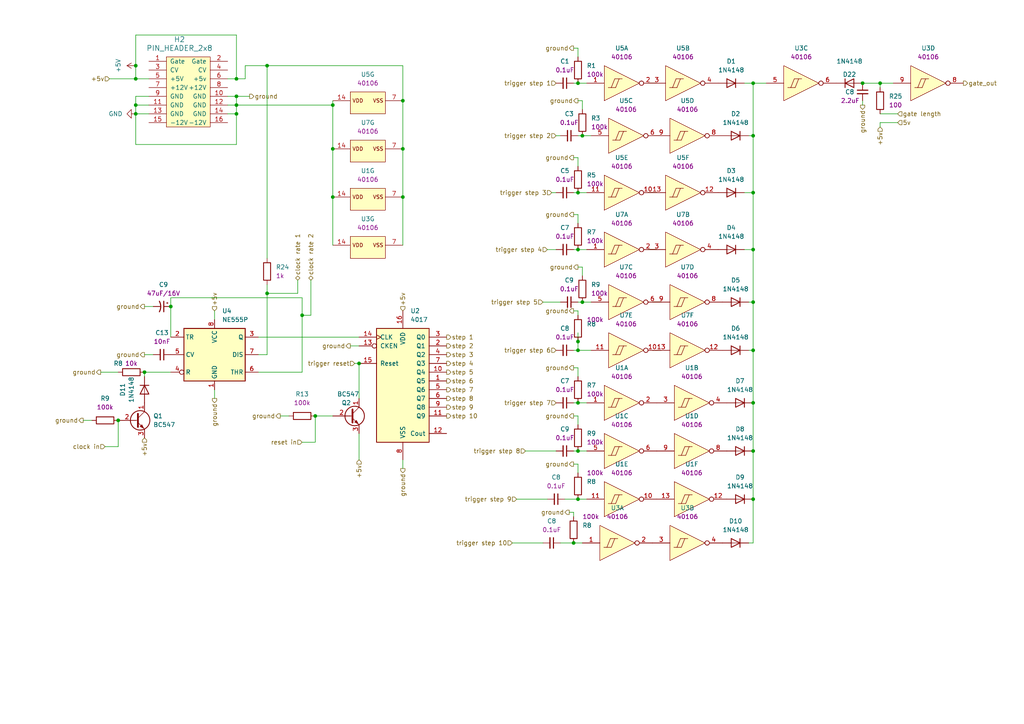
<source format=kicad_sch>
(kicad_sch (version 20230121) (generator eeschema)
  (paper "A4")
  (junction (at 116.84 57.15))
  (junction (at 255.27 24.13))
  (junction (at 39.37 30.48))
  (junction (at 167.64 99.06))
  (junction (at 68.58 30.48))
  (junction (at 250.19 24.13))
  (junction (at 167.64 144.78))
  (junction (at 116.84 29.21))
  (junction (at 168.91 39.37))
  (junction (at 41.91 107.95))
  (junction (at 167.64 72.39))
  (junction (at 96.52 43.18))
  (junction (at 218.44 116.84))
  (junction (at 168.91 87.63))
  (junction (at 218.44 130.81))
  (junction (at 167.64 24.13))
  (junction (at 167.64 101.6))
  (junction (at 34.29 121.92))
  (junction (at 96.52 30.48))
  (junction (at 91.44 120.65))
  (junction (at 167.64 130.81))
  (junction (at 218.44 72.39))
  (junction (at 218.44 55.88))
  (junction (at 68.58 33.02))
  (junction (at 87.63 91.44))
  (junction (at 167.64 116.84))
  (junction (at 49.53 88.9))
  (junction (at 68.58 22.86))
  (junction (at 104.14 105.41))
  (junction (at 77.47 19.05))
  (junction (at 167.64 55.88))
  (junction (at 39.37 33.02))
  (junction (at 218.44 24.13))
  (junction (at 96.52 57.15))
  (junction (at 166.37 157.48))
  (junction (at 218.44 144.78))
  (junction (at 39.37 22.86))
  (junction (at 218.44 101.6))
  (junction (at 39.37 19.05))
  (junction (at 68.58 27.94))
  (junction (at 77.47 85.09))
  (junction (at 218.44 87.63))
  (junction (at 116.84 43.18))
  (junction (at 218.44 39.37))
  (wire (pts (xy 170.18 24.13) (xy 167.64 24.13)))
  (wire (pts (xy 190.5 55.88) (xy 187.96 55.88)))
  (wire (pts (xy 191.77 39.37) (xy 189.23 39.37)))
  (wire (pts (xy 149.86 144.78) (xy 158.75 144.78)))
  (wire (pts (xy 167.64 106.68) (xy 167.64 109.22)))
  (wire (pts (xy 167.64 77.47) (xy 168.91 77.47)))
  (wire (pts (xy 41.91 102.87) (xy 44.45 102.87)))
  (wire (pts (xy 116.84 29.21) (xy 116.84 43.18)))
  (wire (pts (xy 41.91 109.22) (xy 41.91 107.95)))
  (wire (pts (xy 43.18 22.86) (xy 39.37 22.86)))
  (wire (pts (xy 77.47 82.55) (xy 77.47 85.09)))
  (wire (pts (xy 74.93 97.79) (xy 104.14 97.79)))
  (wire (pts (xy 104.14 125.73) (xy 104.14 133.35)))
  (wire (pts (xy 217.17 157.48) (xy 218.44 157.48)))
  (wire (pts (xy 49.53 86.36) (xy 49.53 88.9)))
  (wire (pts (xy 167.64 130.81) (xy 170.18 130.81)))
  (wire (pts (xy 96.52 57.15) (xy 96.52 71.12)))
  (wire (pts (xy 87.63 107.95) (xy 74.93 107.95)))
  (wire (pts (xy 104.14 115.57) (xy 104.14 105.41)))
  (wire (pts (xy 255.27 35.56) (xy 255.27 36.83)))
  (wire (pts (xy 116.84 133.35) (xy 116.84 135.89)))
  (wire (pts (xy 86.36 81.28) (xy 86.36 85.09)))
  (wire (pts (xy 218.44 39.37) (xy 218.44 55.88)))
  (wire (pts (xy 168.91 77.47) (xy 168.91 80.01)))
  (wire (pts (xy 91.44 128.27) (xy 91.44 120.65)))
  (wire (pts (xy 218.44 87.63) (xy 217.17 87.63)))
  (wire (pts (xy 255.27 24.13) (xy 259.08 24.13)))
  (wire (pts (xy 218.44 116.84) (xy 218.44 130.81)))
  (wire (pts (xy 260.35 33.02) (xy 255.27 33.02)))
  (wire (pts (xy 166.37 55.88) (xy 167.64 55.88)))
  (wire (pts (xy 68.58 10.16) (xy 68.58 22.86)))
  (wire (pts (xy 166.37 101.6) (xy 167.64 101.6)))
  (wire (pts (xy 167.64 39.37) (xy 168.91 39.37)))
  (wire (pts (xy 171.45 87.63) (xy 168.91 87.63)))
  (wire (pts (xy 39.37 41.91) (xy 39.37 33.02)))
  (wire (pts (xy 39.37 30.48) (xy 39.37 27.94)))
  (wire (pts (xy 166.37 72.39) (xy 167.64 72.39)))
  (wire (pts (xy 218.44 39.37) (xy 217.17 39.37)))
  (wire (pts (xy 167.64 101.6) (xy 171.45 101.6)))
  (wire (pts (xy 166.37 45.72) (xy 167.64 45.72)))
  (wire (pts (xy 167.64 29.21) (xy 168.91 29.21)))
  (wire (pts (xy 255.27 25.4) (xy 255.27 24.13)))
  (wire (pts (xy 168.91 157.48) (xy 166.37 157.48)))
  (wire (pts (xy 68.58 22.86) (xy 66.04 22.86)))
  (wire (pts (xy 90.17 91.44) (xy 87.63 91.44)))
  (wire (pts (xy 166.37 134.62) (xy 167.64 134.62)))
  (wire (pts (xy 116.84 43.18) (xy 116.84 57.15)))
  (wire (pts (xy 87.63 128.27) (xy 91.44 128.27)))
  (wire (pts (xy 166.37 106.68) (xy 167.64 106.68)))
  (wire (pts (xy 218.44 55.88) (xy 215.9 55.88)))
  (wire (pts (xy 170.18 116.84) (xy 167.64 116.84)))
  (wire (pts (xy 167.64 45.72) (xy 167.64 48.26)))
  (wire (pts (xy 49.53 86.36) (xy 87.63 86.36)))
  (wire (pts (xy 190.5 72.39) (xy 187.96 72.39)))
  (wire (pts (xy 162.56 157.48) (xy 166.37 157.48)))
  (wire (pts (xy 102.87 105.41) (xy 104.14 105.41)))
  (wire (pts (xy 218.44 101.6) (xy 217.17 101.6)))
  (wire (pts (xy 41.91 107.95) (xy 49.53 107.95)))
  (wire (pts (xy 77.47 102.87) (xy 74.93 102.87)))
  (wire (pts (xy 218.44 87.63) (xy 218.44 101.6)))
  (wire (pts (xy 39.37 33.02) (xy 39.37 30.48)))
  (wire (pts (xy 34.29 129.54) (xy 34.29 121.92)))
  (wire (pts (xy 77.47 19.05) (xy 77.47 74.93)))
  (wire (pts (xy 62.23 113.03) (xy 62.23 115.57)))
  (wire (pts (xy 166.37 13.97) (xy 167.64 13.97)))
  (wire (pts (xy 190.5 24.13) (xy 187.96 24.13)))
  (wire (pts (xy 166.37 24.13) (xy 167.64 24.13)))
  (wire (pts (xy 191.77 101.6) (xy 189.23 101.6)))
  (wire (pts (xy 161.29 39.37) (xy 162.56 39.37)))
  (wire (pts (xy 71.12 19.05) (xy 71.12 22.86)))
  (wire (pts (xy 39.37 27.94) (xy 43.18 27.94)))
  (wire (pts (xy 68.58 33.02) (xy 68.58 41.91)))
  (wire (pts (xy 24.13 121.92) (xy 26.67 121.92)))
  (wire (pts (xy 49.53 97.79) (xy 49.53 88.9)))
  (wire (pts (xy 87.63 86.36) (xy 87.63 91.44)))
  (wire (pts (xy 86.36 85.09) (xy 77.47 85.09)))
  (wire (pts (xy 167.64 13.97) (xy 167.64 16.51)))
  (wire (pts (xy 218.44 72.39) (xy 218.44 87.63)))
  (wire (pts (xy 218.44 24.13) (xy 218.44 39.37)))
  (wire (pts (xy 161.29 55.88) (xy 160.02 55.88)))
  (wire (pts (xy 163.83 144.78) (xy 167.64 144.78)))
  (wire (pts (xy 157.48 87.63) (xy 162.56 87.63)))
  (wire (pts (xy 77.47 19.05) (xy 116.84 19.05)))
  (wire (pts (xy 166.37 130.81) (xy 167.64 130.81)))
  (wire (pts (xy 167.64 90.17) (xy 167.64 91.44)))
  (wire (pts (xy 218.44 72.39) (xy 215.9 72.39)))
  (wire (pts (xy 68.58 30.48) (xy 68.58 33.02)))
  (wire (pts (xy 66.04 33.02) (xy 68.58 33.02)))
  (wire (pts (xy 167.64 62.23) (xy 167.64 64.77)))
  (wire (pts (xy 168.91 29.21) (xy 168.91 31.75)))
  (wire (pts (xy 96.52 120.65) (xy 91.44 120.65)))
  (wire (pts (xy 116.84 57.15) (xy 116.84 71.12)))
  (wire (pts (xy 68.58 41.91) (xy 39.37 41.91)))
  (wire (pts (xy 218.44 144.78) (xy 218.44 157.48)))
  (wire (pts (xy 167.64 87.63) (xy 168.91 87.63)))
  (wire (pts (xy 167.64 134.62) (xy 167.64 137.16)))
  (wire (pts (xy 170.18 55.88) (xy 167.64 55.88)))
  (wire (pts (xy 152.4 130.81) (xy 161.29 130.81)))
  (wire (pts (xy 116.84 19.05) (xy 116.84 29.21)))
  (wire (pts (xy 165.1 148.59) (xy 166.37 148.59)))
  (wire (pts (xy 30.48 129.54) (xy 34.29 129.54)))
  (wire (pts (xy 68.58 27.94) (xy 72.39 27.94)))
  (wire (pts (xy 218.44 55.88) (xy 218.44 72.39)))
  (wire (pts (xy 77.47 85.09) (xy 77.47 102.87)))
  (wire (pts (xy 250.19 30.48) (xy 250.19 29.21)))
  (wire (pts (xy 191.77 87.63) (xy 189.23 87.63)))
  (wire (pts (xy 71.12 22.86) (xy 68.58 22.86)))
  (wire (pts (xy 218.44 101.6) (xy 218.44 116.84)))
  (wire (pts (xy 96.52 30.48) (xy 96.52 43.18)))
  (wire (pts (xy 260.35 35.56) (xy 255.27 35.56)))
  (wire (pts (xy 166.37 120.65) (xy 167.64 120.65)))
  (wire (pts (xy 158.75 72.39) (xy 161.29 72.39)))
  (wire (pts (xy 31.75 22.86) (xy 39.37 22.86)))
  (wire (pts (xy 41.91 88.9) (xy 44.45 88.9)))
  (wire (pts (xy 166.37 62.23) (xy 167.64 62.23)))
  (wire (pts (xy 101.6 100.33) (xy 104.14 100.33)))
  (wire (pts (xy 170.18 144.78) (xy 167.64 144.78)))
  (wire (pts (xy 96.52 29.21) (xy 96.52 30.48)))
  (wire (pts (xy 87.63 91.44) (xy 87.63 107.95)))
  (wire (pts (xy 167.64 99.06) (xy 167.64 101.6)))
  (wire (pts (xy 148.59 157.48) (xy 157.48 157.48)))
  (wire (pts (xy 255.27 24.13) (xy 250.19 24.13)))
  (wire (pts (xy 68.58 30.48) (xy 96.52 30.48)))
  (wire (pts (xy 218.44 24.13) (xy 215.9 24.13)))
  (wire (pts (xy 90.17 81.28) (xy 90.17 91.44)))
  (wire (pts (xy 170.18 72.39) (xy 167.64 72.39)))
  (wire (pts (xy 218.44 130.81) (xy 218.44 144.78)))
  (wire (pts (xy 39.37 19.05) (xy 39.37 10.16)))
  (wire (pts (xy 62.23 90.17) (xy 62.23 92.71)))
  (wire (pts (xy 167.64 120.65) (xy 167.64 123.19)))
  (wire (pts (xy 68.58 27.94) (xy 68.58 30.48)))
  (wire (pts (xy 39.37 22.86) (xy 39.37 19.05)))
  (wire (pts (xy 71.12 19.05) (xy 77.47 19.05)))
  (wire (pts (xy 166.37 116.84) (xy 167.64 116.84)))
  (wire (pts (xy 39.37 33.02) (xy 43.18 33.02)))
  (wire (pts (xy 81.28 120.65) (xy 83.82 120.65)))
  (wire (pts (xy 66.04 27.94) (xy 68.58 27.94)))
  (wire (pts (xy 96.52 43.18) (xy 96.52 57.15)))
  (wire (pts (xy 39.37 30.48) (xy 43.18 30.48)))
  (wire (pts (xy 166.37 148.59) (xy 166.37 149.86)))
  (wire (pts (xy 222.25 24.13) (xy 218.44 24.13)))
  (wire (pts (xy 29.21 107.95) (xy 34.29 107.95)))
  (wire (pts (xy 66.04 30.48) (xy 68.58 30.48)))
  (wire (pts (xy 166.37 90.17) (xy 167.64 90.17)))
  (wire (pts (xy 171.45 39.37) (xy 168.91 39.37)))
  (wire (pts (xy 167.64 96.52) (xy 167.64 99.06)))
  (wire (pts (xy 39.37 10.16) (xy 68.58 10.16)))
  (hierarchical_label "ground" (shape output) (at 24.13 121.92 180))
  (hierarchical_label "ground" (shape output) (at 166.37 13.97 180))
  (hierarchical_label "ground" (shape output) (at 101.6 100.33 180))
  (hierarchical_label "clock rate 1" (shape bidirectional) (at 86.36 81.28 90))
  (hierarchical_label "ground" (shape output) (at 166.37 90.17 180))
  (hierarchical_label "reset in" (shape input) (at 87.63 128.27 180))
  (hierarchical_label "+5v" (shape input) (at 255.27 36.83 270))
  (hierarchical_label "trigger step 9" (shape input) (at 149.86 144.78 180))
  (hierarchical_label "+5v" (shape input) (at 41.91 127 270))
  (hierarchical_label "ground" (shape output) (at 29.21 107.95 180))
  (hierarchical_label "5v" (shape input) (at 260.35 35.56 0))
  (hierarchical_label "ground" (shape output) (at 81.28 120.65 180))
  (hierarchical_label "ground" (shape output) (at 41.91 102.87 180))
  (hierarchical_label "trigger step 6" (shape input) (at 161.29 101.6 180))
  (hierarchical_label "trigger step 10" (shape input) (at 148.59 157.48 180))
  (hierarchical_label "+5v" (shape input) (at 104.14 133.35 270))
  (hierarchical_label "trigger step 3" (shape input) (at 160.02 55.88 180))
  (hierarchical_label "+5v" (shape input) (at 116.84 90.17 90))
  (hierarchical_label "trigger step 4" (shape input) (at 158.75 72.39 180))
  (hierarchical_label "trigger step 7" (shape input) (at 161.29 116.84 180))
  (hierarchical_label "step 4" (shape output) (at 129.54 105.41 0))
  (hierarchical_label "step 8" (shape output) (at 129.54 115.57 0))
  (hierarchical_label "step 2" (shape output) (at 129.54 100.33 0))
  (hierarchical_label "ground" (shape output) (at 250.19 30.48 270))
  (hierarchical_label "step 7" (shape output) (at 129.54 113.03 0))
  (hierarchical_label "+5v" (shape input) (at 31.75 22.86 180))
  (hierarchical_label "trigger step 8" (shape input) (at 152.4 130.81 180))
  (hierarchical_label "ground" (shape output) (at 166.37 62.23 180))
  (hierarchical_label "ground" (shape output) (at 116.84 135.89 270))
  (hierarchical_label "ground" (shape output) (at 165.1 148.59 180))
  (hierarchical_label "step 3" (shape output) (at 129.54 102.87 0))
  (hierarchical_label "gate_out" (shape output) (at 279.4 24.13 0))
  (hierarchical_label "trigger step 5" (shape input) (at 157.48 87.63 180))
  (hierarchical_label "clock in" (shape input) (at 30.48 129.54 180))
  (hierarchical_label "trigger step 1" (shape input) (at 161.29 24.13 180))
  (hierarchical_label "trigger step 2" (shape input) (at 161.29 39.37 180))
  (hierarchical_label "step 5" (shape output) (at 129.54 107.95 0))
  (hierarchical_label "trigger reset" (shape input) (at 102.87 105.41 180))
  (hierarchical_label "ground" (shape output) (at 166.37 120.65 180))
  (hierarchical_label "gate length" (shape input) (at 260.35 33.02 0))
  (hierarchical_label "ground" (shape output) (at 167.64 29.21 180))
  (hierarchical_label "ground" (shape output) (at 41.91 88.9 180))
  (hierarchical_label "ground" (shape output) (at 72.39 27.94 0))
  (hierarchical_label "step 1" (shape output) (at 129.54 97.79 0))
  (hierarchical_label "+5v" (shape input) (at 62.23 90.17 90))
  (hierarchical_label "clock rate 2" (shape bidirectional) (at 90.17 81.28 90))
  (hierarchical_label "ground" (shape output) (at 167.64 77.47 180))
  (hierarchical_label "ground" (shape output) (at 166.37 45.72 180))
  (hierarchical_label "ground" (shape output) (at 62.23 115.57 270))
  (hierarchical_label "step 9" (shape output) (at 129.54 118.11 0))
  (hierarchical_label "step 10" (shape output) (at 129.54 120.65 0))
  (hierarchical_label "ground" (shape output) (at 166.37 134.62 180))
  (hierarchical_label "ground" (shape output) (at 166.37 106.68 180))
  (hierarchical_label "step 6" (shape output) (at 129.54 110.49 0))
  (symbol (lib_id "PCM_4ms_IC:CD40106BPWR") (at 180.34 130.81 0) (unit 3)
    (property "Reference" "U1" (at 180.34 120.65 0))
    (property "Value" "CD40106BPWR" (effects hide))
    (property "Footprint" "Package_DIP:DIP-14_W7.62mm_LongPads" (effects hide))
    (property "Datasheet" "https://www.ti.com/lit/ds/symlink/cd40106b.pdf?HQS=dis-mous-null-mousermode-dsf-pf-null-wwe&ts=1624570529286&ref_url=https%253A%252F%252Fwww.mouser.com%252F" (effects hide))
    (property "Specifications" "CMOS, Hex Inverting Schmitt Trigger, TSSOP-14" (effects hide))
    (property "Manufacturer" "Texas Instruments" (effects hide))
    (property "Part Number" "CD40106BPWR" (effects hide))
    (property "Manufacturer 2" "Texas Instruments" (effects hide))
    (property "Part Number 2" "CD40106BPWR" (effects hide))
    (property "Display" "40106" (at 180.34 123.19 0))
    (property "JLCPCB ID" "C58834" (effects hide))
  )
  (symbol (lib_id "PCM_4ms_Capacitor:0.1uF_0603_16V") (at 163.83 24.13 270) (unit 1)
    (property "Reference" "C1" (at 163.83 17.78 90))
    (property "Value" "0.1uF_0603_16V" (effects hide))
    (property "Footprint" "Capacitor_THT:C_Disc_D3.8mm_W2.6mm_P2.50mm" (effects hide))
    (property "Specifications" "0.1uF, Min. 16V 10%, X7R or X5R or similar" (effects hide))
    (property "Manufacturer" "AVX Corporation" (effects hide))
    (property "Part Number" "0603YC104KAT2A" (effects hide))
    (property "Display" "0.1uF" (at 163.83 20.32 90))
    (property "JLCPCB ID" "C14663" (effects hide))
    (instances (project "deca-ring-counter" (path "" (reference "C1") (unit 1)) (path "" (reference "C2") (unit 1))))
  )
  (symbol (lib_id "PCM_4ms_Capacitor:0.1uF_0603_16V") (at 163.83 55.88 270) (unit 1)
    (property "Reference" "C5" (at 163.83 49.53 90))
    (property "Value" "0.1uF_0603_16V" (effects hide))
    (property "Footprint" "Capacitor_THT:C_Disc_D3.8mm_W2.6mm_P2.50mm" (effects hide))
    (property "Specifications" "0.1uF, Min. 16V 10%, X7R or X5R or similar" (effects hide))
    (property "Manufacturer" "AVX Corporation" (effects hide))
    (property "Part Number" "0603YC104KAT2A" (effects hide))
    (property "Display" "0.1uF" (at 163.83 52.07 90))
    (property "JLCPCB ID" "C14663" (effects hide))
    (instances (project "deca-ring-counter" (path "" (reference "C5") (unit 1)) (path "" (reference "C6") (unit 1))))
  )
  (symbol (lib_id "Diode:1N4148") (at 213.36 39.37 0) (mirror y) (unit 1)
    (property "Reference" "D2" (at 213.36 33.02 0))
    (property "Value" "1N4148" (at 213.36 35.56 0))
    (property "Footprint" "Diode_THT:D_DO-35_SOD27_P7.62mm_Horizontal" (effects hide))
    (property "Datasheet" "https://assets.nexperia.com/documents/data-sheet/1N4148_1N4448.pdf" (effects hide))
    (property "Sim.Device" "D" (effects hide))
    (property "Sim.Pins" "1=K 2=A" (effects hide))
  )
  (symbol (lib_id "PCM_4ms_IC:CD40106BPWR") (at 180.34 55.88 0) (unit 5)
    (property "Reference" "U5" (at 180.34 45.72 0))
    (property "Value" "CD40106BPWR" (effects hide))
    (property "Footprint" "Package_DIP:DIP-14_W7.62mm_LongPads" (effects hide))
    (property "Datasheet" "https://www.ti.com/lit/ds/symlink/cd40106b.pdf?HQS=dis-mous-null-mousermode-dsf-pf-null-wwe&ts=1624570529286&ref_url=https%253A%252F%252Fwww.mouser.com%252F" (effects hide))
    (property "Specifications" "CMOS, Hex Inverting Schmitt Trigger, TSSOP-14" (effects hide))
    (property "Manufacturer" "Texas Instruments" (effects hide))
    (property "Part Number" "CD40106BPWR" (effects hide))
    (property "Manufacturer 2" "Texas Instruments" (effects hide))
    (property "Part Number 2" "CD40106BPWR" (effects hide))
    (property "Display" "40106" (at 180.34 48.26 0))
    (property "JLCPCB ID" "C58834" (effects hide))
    (instances (project "deca-ring-counter" (path "" (reference "U5") (unit 5)) (path "" (reference "U6") (unit 5))))
  )
  (symbol (lib_id "PCM_4ms_Capacitor:0.1uF_0603_16V") (at 165.1 39.37 270) (unit 1)
    (property "Reference" "C3" (at 165.1 33.02 90))
    (property "Value" "0.1uF_0603_16V" (effects hide))
    (property "Footprint" "Capacitor_THT:C_Disc_D3.8mm_W2.6mm_P2.50mm" (effects hide))
    (property "Specifications" "0.1uF, Min. 16V 10%, X7R or X5R or similar" (effects hide))
    (property "Manufacturer" "AVX Corporation" (effects hide))
    (property "Part Number" "0603YC104KAT2A" (effects hide))
    (property "Display" "0.1uF" (at 165.1 35.56 90))
    (property "JLCPCB ID" "C14663" (effects hide))
    (instances (project "deca-ring-counter" (path "" (reference "C3") (unit 1)) (path "" (reference "C4") (unit 1))))
  )
  (symbol (lib_id "PCM_4ms_IC:CD40106BPWR") (at 200.66 130.81 0) (unit 4)
    (property "Reference" "U1" (at 200.66 120.65 0))
    (property "Value" "CD40106BPWR" (effects hide))
    (property "Footprint" "Package_DIP:DIP-14_W7.62mm_LongPads" (effects hide))
    (property "Datasheet" "https://www.ti.com/lit/ds/symlink/cd40106b.pdf?HQS=dis-mous-null-mousermode-dsf-pf-null-wwe&ts=1624570529286&ref_url=https%253A%252F%252Fwww.mouser.com%252F" (effects hide))
    (property "Specifications" "CMOS, Hex Inverting Schmitt Trigger, TSSOP-14" (effects hide))
    (property "Manufacturer" "Texas Instruments" (effects hide))
    (property "Part Number" "CD40106BPWR" (effects hide))
    (property "Manufacturer 2" "Texas Instruments" (effects hide))
    (property "Part Number 2" "CD40106BPWR" (effects hide))
    (property "Display" "40106" (at 200.66 123.19 0))
    (property "JLCPCB ID" "C58834" (effects hide))
  )
  (symbol (lib_id "PCM_4ms_Resistor:10k_0603") (at 77.47 78.74 0) (unit 1)
    (property "Reference" "R24" (at 80.01 77.47 0) (effects (justify left)))
    (property "Value" "10k_0603" (effects hide))
    (property "Footprint" "Resistor_THT:R_Axial_DIN0207_L6.3mm_D2.5mm_P7.62mm_Horizontal" (effects hide))
    (property "Specifications" "10K, 1%, 1/10W, 0603" (effects hide))
    (property "Manufacturer" "Yageo" (effects hide))
    (property "Part Number" "RC0603FR-0710KL" (effects hide))
    (property "Display" "1k" (at 80.01 80.01 0) (effects (justify left)))
    (property "JLCPCB ID" "C25804" (effects hide))
  )
  (symbol (lib_id "Diode:1N4148") (at 214.63 116.84 0) (mirror y) (unit 1)
    (property "Reference" "D7" (at 214.63 110.49 0))
    (property "Value" "1N4148" (at 214.63 113.03 0))
    (property "Footprint" "Diode_THT:D_DO-35_SOD27_P7.62mm_Horizontal" (effects hide))
    (property "Datasheet" "https://assets.nexperia.com/documents/data-sheet/1N4148_1N4448.pdf" (effects hide))
    (property "Sim.Device" "D" (effects hide))
    (property "Sim.Pins" "1=K 2=A" (effects hide))
  )
  (symbol (lib_id "PCM_4ms_IC:CD40106BPWR") (at 181.61 39.37 0) (unit 3)
    (property "Reference" "U5" (at 181.61 29.21 0))
    (property "Value" "CD40106BPWR" (effects hide))
    (property "Footprint" "Package_DIP:DIP-14_W7.62mm_LongPads" (effects hide))
    (property "Datasheet" "https://www.ti.com/lit/ds/symlink/cd40106b.pdf?HQS=dis-mous-null-mousermode-dsf-pf-null-wwe&ts=1624570529286&ref_url=https%253A%252F%252Fwww.mouser.com%252F" (effects hide))
    (property "Specifications" "CMOS, Hex Inverting Schmitt Trigger, TSSOP-14" (effects hide))
    (property "Manufacturer" "Texas Instruments" (effects hide))
    (property "Part Number" "CD40106BPWR" (effects hide))
    (property "Manufacturer 2" "Texas Instruments" (effects hide))
    (property "Part Number 2" "CD40106BPWR" (effects hide))
    (property "Display" "40106" (at 181.61 31.75 0))
    (property "JLCPCB ID" "C58834" (effects hide))
    (instances (project "deca-ring-counter" (path "" (reference "U5") (unit 3)) (path "" (reference "U6") (unit 3))))
  )
  (symbol (lib_id "PCM_4ms_Capacitor:0.1uF_0603_16V") (at 160.02 157.48 270) (unit 1)
    (property "Reference" "C8" (at 160.02 151.13 90))
    (property "Value" "0.1uF_0603_16V" (effects hide))
    (property "Footprint" "Capacitor_THT:C_Disc_D3.8mm_W2.6mm_P2.50mm" (effects hide))
    (property "Specifications" "0.1uF, Min. 16V 10%, X7R or X5R or similar" (effects hide))
    (property "Manufacturer" "AVX Corporation" (effects hide))
    (property "Part Number" "0603YC104KAT2A" (effects hide))
    (property "Display" "0.1uF" (at 160.02 153.67 90))
    (property "JLCPCB ID" "C14663" (effects hide))
    (instances (project "deca-ring-counter" (path "" (reference "C8") (unit 1)) (path "" (reference "C7") (unit 1))))
  )
  (symbol (lib_id "PCM_4ms_IC:CD40106BPWR") (at 179.07 157.48 0) (unit 1)
    (property "Reference" "U3" (at 179.07 147.32 0))
    (property "Value" "CD40106BPWR" (effects hide))
    (property "Footprint" "Package_DIP:DIP-14_W7.62mm_LongPads" (effects hide))
    (property "Datasheet" "https://www.ti.com/lit/ds/symlink/cd40106b.pdf?HQS=dis-mous-null-mousermode-dsf-pf-null-wwe&ts=1624570529286&ref_url=https%253A%252F%252Fwww.mouser.com%252F" (effects hide))
    (property "Specifications" "CMOS, Hex Inverting Schmitt Trigger, TSSOP-14" (effects hide))
    (property "Manufacturer" "Texas Instruments" (effects hide))
    (property "Part Number" "CD40106BPWR" (effects hide))
    (property "Manufacturer 2" "Texas Instruments" (effects hide))
    (property "Part Number 2" "CD40106BPWR" (effects hide))
    (property "Display" "40106" (at 179.07 149.86 0))
    (property "JLCPCB ID" "C58834" (effects hide))
  )
  (symbol (lib_id "PCM_4ms_Capacitor:0.1uF_0603_16V") (at 161.29 144.78 270) (unit 1)
    (property "Reference" "C8" (at 161.29 138.43 90))
    (property "Value" "0.1uF_0603_16V" (effects hide))
    (property "Footprint" "Capacitor_THT:C_Disc_D3.8mm_W2.6mm_P2.50mm" (effects hide))
    (property "Specifications" "0.1uF, Min. 16V 10%, X7R or X5R or similar" (effects hide))
    (property "Manufacturer" "AVX Corporation" (effects hide))
    (property "Part Number" "0603YC104KAT2A" (effects hide))
    (property "Display" "0.1uF" (at 161.29 140.97 90))
    (property "JLCPCB ID" "C14663" (effects hide))
    (instances (project "deca-ring-counter" (path "" (reference "C8") (unit 1)) (path "" (reference "C3") (unit 1))))
  )
  (symbol (lib_id "PCM_4ms_IC:CD40106BPWR") (at 200.66 144.78 0) (unit 6)
    (property "Reference" "U1" (at 200.66 134.62 0))
    (property "Value" "CD40106BPWR" (effects hide))
    (property "Footprint" "Package_DIP:DIP-14_W7.62mm_LongPads" (effects hide))
    (property "Datasheet" "https://www.ti.com/lit/ds/symlink/cd40106b.pdf?HQS=dis-mous-null-mousermode-dsf-pf-null-wwe&ts=1624570529286&ref_url=https%253A%252F%252Fwww.mouser.com%252F" (effects hide))
    (property "Specifications" "CMOS, Hex Inverting Schmitt Trigger, TSSOP-14" (effects hide))
    (property "Manufacturer" "Texas Instruments" (effects hide))
    (property "Part Number" "CD40106BPWR" (effects hide))
    (property "Manufacturer 2" "Texas Instruments" (effects hide))
    (property "Part Number 2" "CD40106BPWR" (effects hide))
    (property "Display" "40106" (at 200.66 137.16 0))
    (property "JLCPCB ID" "C58834" (effects hide))
  )
  (symbol (lib_id "PCM_4ms_Capacitor:0.1uF_0603_16V") (at 163.83 130.81 270) (unit 1)
    (property "Reference" "C9" (at 163.83 124.46 90))
    (property "Value" "0.1uF_0603_16V" (effects hide))
    (property "Footprint" "Capacitor_THT:C_Disc_D3.8mm_W2.6mm_P2.50mm" (effects hide))
    (property "Specifications" "0.1uF, Min. 16V 10%, X7R or X5R or similar" (effects hide))
    (property "Manufacturer" "AVX Corporation" (effects hide))
    (property "Part Number" "0603YC104KAT2A" (effects hide))
    (property "Display" "0.1uF" (at 163.83 127 90))
    (property "JLCPCB ID" "C14663" (effects hide))
    (instances (project "deca-ring-counter" (path "" (reference "C9") (unit 1)) (path "" (reference "C5") (unit 1))))
  )
  (symbol (lib_id "PCM_4ms_IC:CD40106BPWR") (at 180.34 72.39 0) (unit 1)
    (property "Reference" "U7" (at 180.34 62.23 0))
    (property "Value" "CD40106BPWR" (effects hide))
    (property "Footprint" "Package_DIP:DIP-14_W7.62mm_LongPads" (effects hide))
    (property "Datasheet" "https://www.ti.com/lit/ds/symlink/cd40106b.pdf?HQS=dis-mous-null-mousermode-dsf-pf-null-wwe&ts=1624570529286&ref_url=https%253A%252F%252Fwww.mouser.com%252F" (effects hide))
    (property "Specifications" "CMOS, Hex Inverting Schmitt Trigger, TSSOP-14" (effects hide))
    (property "Manufacturer" "Texas Instruments" (effects hide))
    (property "Part Number" "CD40106BPWR" (effects hide))
    (property "Manufacturer 2" "Texas Instruments" (effects hide))
    (property "Part Number 2" "CD40106BPWR" (effects hide))
    (property "Display" "40106" (at 180.34 64.77 0))
    (property "JLCPCB ID" "C58834" (effects hide))
    (instances (project "deca-ring-counter" (path "" (reference "U7") (unit 1)) (path "" (reference "U8") (unit 1))))
  )
  (symbol (lib_id "PCM_4ms_Resistor:100k_0603") (at 168.91 83.82 180) (unit 1)
    (property "Reference" "R9" (at 171.45 82.55 0) (effects (justify right)))
    (property "Value" "100k_0603" (effects hide))
    (property "Footprint" "Resistor_THT:R_Axial_DIN0207_L6.3mm_D2.5mm_P7.62mm_Horizontal" (effects hide))
    (property "Specifications" "100K, 1%, 1/10W, 0603" (effects hide))
    (property "Manufacturer" "Yageo" (effects hide))
    (property "Part Number" "RC0603FR-07100KL" (effects hide))
    (property "Display" "100k" (at 171.45 85.09 0) (effects (justify right)))
    (property "JLCPCB ID" "C25803" (effects hide))
    (instances (project "deca-ring-counter" (path "" (reference "R9") (unit 1)) (path "" (reference "R12") (unit 1))))
  )
  (symbol (lib_id "eurocad:PIN_HEADER_2x8") (at 52.07 26.67 0) (unit 1)
    (property "Reference" "H2" (at 52.07 11.43 0) (effects (font (size 1.524 1.524))))
    (property "Value" "PIN_HEADER_2x8" (at 52.07 13.97 0) (effects (font (size 1.524 1.524))))
    (property "Footprint" "PCM_4ms_Connector:Pins_2x08_2.54mm_TH_EuroPower_Shrouded" (effects hide))
    (instances (project "deca-ring-counter" (path "" (reference "H2") (unit 1)) (path "" (reference "H1") (unit 1))))
  )
  (symbol (lib_id "Timer:NE555P") (at 62.23 102.87 0) (unit 1)
    (property "Reference" "U4" (at 64.4241 90.17 0) (effects (justify left)))
    (property "Value" "NE555P" (at 64.4241 92.71 0) (effects (justify left)))
    (property "Footprint" "Package_DIP:DIP-8_W7.62mm" (effects hide))
    (property "Datasheet" "http://www.ti.com/lit/ds/symlink/ne555.pdf" (effects hide))
    (instances (project "deca-ring-counter" (path "" (reference "U4") (unit 1)) (path "" (reference "U3") (unit 1))))
  )
  (symbol (lib_id "PCM_4ms_IC:CD40106BPWR") (at 200.66 116.84 0) (unit 2)
    (property "Reference" "U1" (at 200.66 106.68 0))
    (property "Value" "CD40106BPWR" (effects hide))
    (property "Footprint" "Package_DIP:DIP-14_W7.62mm_LongPads" (effects hide))
    (property "Datasheet" "https://www.ti.com/lit/ds/symlink/cd40106b.pdf?HQS=dis-mous-null-mousermode-dsf-pf-null-wwe&ts=1624570529286&ref_url=https%253A%252F%252Fwww.mouser.com%252F" (effects hide))
    (property "Specifications" "CMOS, Hex Inverting Schmitt Trigger, TSSOP-14" (effects hide))
    (property "Manufacturer" "Texas Instruments" (effects hide))
    (property "Part Number" "CD40106BPWR" (effects hide))
    (property "Manufacturer 2" "Texas Instruments" (effects hide))
    (property "Part Number 2" "CD40106BPWR" (effects hide))
    (property "Display" "40106" (at 200.66 109.22 0))
    (property "JLCPCB ID" "C58834" (effects hide))
  )
  (symbol (lib_id "PCM_4ms_IC:CD40106BPWR") (at 199.39 39.37 0) (unit 4)
    (property "Reference" "U5" (at 199.39 29.21 0))
    (property "Value" "CD40106BPWR" (effects hide))
    (property "Footprint" "Package_DIP:DIP-14_W7.62mm_LongPads" (effects hide))
    (property "Datasheet" "https://www.ti.com/lit/ds/symlink/cd40106b.pdf?HQS=dis-mous-null-mousermode-dsf-pf-null-wwe&ts=1624570529286&ref_url=https%253A%252F%252Fwww.mouser.com%252F" (effects hide))
    (property "Specifications" "CMOS, Hex Inverting Schmitt Trigger, TSSOP-14" (effects hide))
    (property "Manufacturer" "Texas Instruments" (effects hide))
    (property "Part Number" "CD40106BPWR" (effects hide))
    (property "Manufacturer 2" "Texas Instruments" (effects hide))
    (property "Part Number 2" "CD40106BPWR" (effects hide))
    (property "Display" "40106" (at 199.39 31.75 0))
    (property "JLCPCB ID" "C58834" (effects hide))
    (instances (project "deca-ring-counter" (path "" (reference "U5") (unit 4)) (path "" (reference "U6") (unit 4))))
  )
  (symbol (lib_id "PCM_4ms_IC:CD40106BPWR") (at 199.39 87.63 0) (unit 4)
    (property "Reference" "U7" (at 199.39 77.47 0))
    (property "Value" "CD40106BPWR" (effects hide))
    (property "Footprint" "Package_DIP:DIP-14_W7.62mm_LongPads" (effects hide))
    (property "Datasheet" "https://www.ti.com/lit/ds/symlink/cd40106b.pdf?HQS=dis-mous-null-mousermode-dsf-pf-null-wwe&ts=1624570529286&ref_url=https%253A%252F%252Fwww.mouser.com%252F" (effects hide))
    (property "Specifications" "CMOS, Hex Inverting Schmitt Trigger, TSSOP-14" (effects hide))
    (property "Manufacturer" "Texas Instruments" (effects hide))
    (property "Part Number" "CD40106BPWR" (effects hide))
    (property "Manufacturer 2" "Texas Instruments" (effects hide))
    (property "Part Number 2" "CD40106BPWR" (effects hide))
    (property "Display" "40106" (at 199.39 80.01 0))
    (property "JLCPCB ID" "C58834" (effects hide))
    (instances (project "deca-ring-counter" (path "" (reference "U7") (unit 4)) (path "" (reference "U8") (unit 4))))
  )
  (symbol (lib_id "PCM_4ms_Resistor:100k_0603") (at 167.64 140.97 180) (unit 1)
    (property "Reference" "R8" (at 170.18 139.7 0) (effects (justify right)))
    (property "Value" "100k_0603" (effects hide))
    (property "Footprint" "Resistor_THT:R_Axial_DIN0207_L6.3mm_D2.5mm_P7.62mm_Horizontal" (effects hide))
    (property "Specifications" "100K, 1%, 1/10W, 0603" (effects hide))
    (property "Manufacturer" "Yageo" (effects hide))
    (property "Part Number" "RC0603FR-07100KL" (effects hide))
    (property "Display" "100k" (at 170.18 137.16 0) (effects (justify right)))
    (property "JLCPCB ID" "C25803" (effects hide))
    (instances (project "deca-ring-counter" (path "" (reference "R8") (unit 1)) (path "" (reference "R3") (unit 1))))
  )
  (symbol (lib_id "PCM_4ms_Resistor:100k_0603") (at 167.64 52.07 180) (unit 1)
    (property "Reference" "R5" (at 170.18 50.8 0) (effects (justify right)))
    (property "Value" "100k_0603" (effects hide))
    (property "Footprint" "Resistor_THT:R_Axial_DIN0207_L6.3mm_D2.5mm_P7.62mm_Horizontal" (effects hide))
    (property "Specifications" "100K, 1%, 1/10W, 0603" (effects hide))
    (property "Manufacturer" "Yageo" (effects hide))
    (property "Part Number" "RC0603FR-07100KL" (effects hide))
    (property "Display" "100k" (at 170.18 53.34 0) (effects (justify right)))
    (property "JLCPCB ID" "C25803" (effects hide))
    (instances (project "deca-ring-counter" (path "" (reference "R5") (unit 1)) (path "" (reference "R6") (unit 1))))
  )
  (symbol (lib_id "PCM_4ms_Resistor:100k_0603") (at 167.64 127 180) (unit 1)
    (property "Reference" "R9" (at 170.18 125.73 0) (effects (justify right)))
    (property "Value" "100k_0603" (effects hide))
    (property "Footprint" "Resistor_THT:R_Axial_DIN0207_L6.3mm_D2.5mm_P7.62mm_Horizontal" (effects hide))
    (property "Specifications" "100K, 1%, 1/10W, 0603" (effects hide))
    (property "Manufacturer" "Yageo" (effects hide))
    (property "Part Number" "RC0603FR-07100KL" (effects hide))
    (property "Display" "100k" (at 170.18 128.27 0) (effects (justify right)))
    (property "JLCPCB ID" "C25803" (effects hide))
    (instances (project "deca-ring-counter" (path "" (reference "R9") (unit 1)) (path "" (reference "R5") (unit 1))))
  )
  (symbol (lib_id "PCM_4ms_IC:CD40106BPWR") (at 106.68 71.12 0) (unit 7)
    (property "Reference" "U3" (at 106.68 63.5 0))
    (property "Value" "CD40106BPWR" (effects hide))
    (property "Footprint" "Package_DIP:DIP-14_W7.62mm_LongPads" (effects hide))
    (property "Datasheet" "https://www.ti.com/lit/ds/symlink/cd40106b.pdf?HQS=dis-mous-null-mousermode-dsf-pf-null-wwe&ts=1624570529286&ref_url=https%253A%252F%252Fwww.mouser.com%252F" (effects hide))
    (property "Specifications" "CMOS, Hex Inverting Schmitt Trigger, TSSOP-14" (effects hide))
    (property "Manufacturer" "Texas Instruments" (effects hide))
    (property "Part Number" "CD40106BPWR" (effects hide))
    (property "Manufacturer 2" "Texas Instruments" (effects hide))
    (property "Part Number 2" "CD40106BPWR" (effects hide))
    (property "Display" "40106" (at 106.68 66.04 0))
    (property "JLCPCB ID" "C58834" (effects hide))
  )
  (symbol (lib_id "PCM_4ms_IC:CD40106BPWR") (at 180.34 116.84 0) (unit 1)
    (property "Reference" "U1" (at 180.34 106.68 0))
    (property "Value" "CD40106BPWR" (effects hide))
    (property "Footprint" "Package_DIP:DIP-14_W7.62mm_LongPads" (effects hide))
    (property "Datasheet" "https://www.ti.com/lit/ds/symlink/cd40106b.pdf?HQS=dis-mous-null-mousermode-dsf-pf-null-wwe&ts=1624570529286&ref_url=https%253A%252F%252Fwww.mouser.com%252F" (effects hide))
    (property "Specifications" "CMOS, Hex Inverting Schmitt Trigger, TSSOP-14" (effects hide))
    (property "Manufacturer" "Texas Instruments" (effects hide))
    (property "Part Number" "CD40106BPWR" (effects hide))
    (property "Manufacturer 2" "Texas Instruments" (effects hide))
    (property "Part Number 2" "CD40106BPWR" (effects hide))
    (property "Display" "40106" (at 180.34 109.22 0))
    (property "JLCPCB ID" "C58834" (effects hide))
  )
  (symbol (lib_id "4xxx:4017") (at 116.84 110.49 0) (unit 1)
    (property "Reference" "U2" (at 119.0341 90.17 0) (effects (justify left)))
    (property "Value" "4017" (at 119.0341 92.71 0) (effects (justify left)))
    (property "Footprint" "Package_DIP:DIP-16_W7.62mm_LongPads" (effects hide))
    (property "Datasheet" "http://www.intersil.com/content/dam/Intersil/documents/cd40/cd4017bms-22bms.pdf" (effects hide))
    (instances (project "deca-ring-counter" (path "" (reference "U2") (unit 1)) (path "" (reference "U1") (unit 1))))
  )
  (symbol (lib_id "Diode:1N4148") (at 213.36 157.48 0) (mirror y) (unit 1)
    (property "Reference" "D10" (at 213.36 151.13 0))
    (property "Value" "1N4148" (at 213.36 153.67 0))
    (property "Footprint" "Diode_THT:D_DO-35_SOD27_P7.62mm_Horizontal" (effects hide))
    (property "Datasheet" "https://assets.nexperia.com/documents/data-sheet/1N4148_1N4448.pdf" (effects hide))
    (property "Sim.Device" "D" (effects hide))
    (property "Sim.Pins" "1=K 2=A" (effects hide))
  )
  (symbol (lib_id "PCM_4ms_Capacitor:0.1uF_0603_16V") (at 163.83 72.39 270) (unit 1)
    (property "Reference" "C7" (at 163.83 66.04 90))
    (property "Value" "0.1uF_0603_16V" (effects hide))
    (property "Footprint" "Capacitor_THT:C_Disc_D3.8mm_W2.6mm_P2.50mm" (effects hide))
    (property "Specifications" "0.1uF, Min. 16V 10%, X7R or X5R or similar" (effects hide))
    (property "Manufacturer" "AVX Corporation" (effects hide))
    (property "Part Number" "0603YC104KAT2A" (effects hide))
    (property "Display" "0.1uF" (at 163.83 68.58 90))
    (property "JLCPCB ID" "C14663" (effects hide))
    (instances (project "deca-ring-counter" (path "" (reference "C7") (unit 1)) (path "" (reference "C10") (unit 1))))
  )
  (symbol (lib_id "Diode:1N4148") (at 214.63 130.81 0) (mirror y) (unit 1)
    (property "Reference" "D8" (at 214.63 124.46 0))
    (property "Value" "1N4148" (at 214.63 127 0))
    (property "Footprint" "Diode_THT:D_DO-35_SOD27_P7.62mm_Horizontal" (effects hide))
    (property "Datasheet" "https://assets.nexperia.com/documents/data-sheet/1N4148_1N4448.pdf" (effects hide))
    (property "Sim.Device" "D" (effects hide))
    (property "Sim.Pins" "1=K 2=A" (effects hide))
  )
  (symbol (lib_id "PCM_4ms_IC:CD40106BPWR") (at 181.61 101.6 0) (unit 5)
    (property "Reference" "U7" (at 181.61 91.44 0))
    (property "Value" "CD40106BPWR" (effects hide))
    (property "Footprint" "Package_DIP:DIP-14_W7.62mm_LongPads" (effects hide))
    (property "Datasheet" "https://www.ti.com/lit/ds/symlink/cd40106b.pdf?HQS=dis-mous-null-mousermode-dsf-pf-null-wwe&ts=1624570529286&ref_url=https%253A%252F%252Fwww.mouser.com%252F" (effects hide))
    (property "Specifications" "CMOS, Hex Inverting Schmitt Trigger, TSSOP-14" (effects hide))
    (property "Manufacturer" "Texas Instruments" (effects hide))
    (property "Part Number" "CD40106BPWR" (effects hide))
    (property "Manufacturer 2" "Texas Instruments" (effects hide))
    (property "Part Number 2" "CD40106BPWR" (effects hide))
    (property "Display" "40106" (at 181.61 93.98 0))
    (property "JLCPCB ID" "C58834" (effects hide))
    (instances (project "deca-ring-counter" (path "" (reference "U7") (unit 5)) (path "" (reference "U8") (unit 5))))
  )
  (symbol (lib_id "Diode:1N4148") (at 41.91 113.03 90) (mirror x) (unit 1)
    (property "Reference" "D11" (at 35.56 113.03 0))
    (property "Value" "1N4148" (at 38.1 113.03 0))
    (property "Footprint" "Diode_THT:D_DO-35_SOD27_P7.62mm_Horizontal" (effects hide))
    (property "Datasheet" "https://assets.nexperia.com/documents/data-sheet/1N4148_1N4448.pdf" (effects hide))
    (property "Sim.Device" "D" (effects hide))
    (property "Sim.Pins" "1=K 2=A" (effects hide))
  )
  (symbol (lib_id "PCM_4ms_IC:CD40106BPWR") (at 199.39 101.6 0) (unit 6)
    (property "Reference" "U7" (at 199.39 91.44 0))
    (property "Value" "CD40106BPWR" (effects hide))
    (property "Footprint" "Package_DIP:DIP-14_W7.62mm_LongPads" (effects hide))
    (property "Datasheet" "https://www.ti.com/lit/ds/symlink/cd40106b.pdf?HQS=dis-mous-null-mousermode-dsf-pf-null-wwe&ts=1624570529286&ref_url=https%253A%252F%252Fwww.mouser.com%252F" (effects hide))
    (property "Specifications" "CMOS, Hex Inverting Schmitt Trigger, TSSOP-14" (effects hide))
    (property "Manufacturer" "Texas Instruments" (effects hide))
    (property "Part Number" "CD40106BPWR" (effects hide))
    (property "Manufacturer 2" "Texas Instruments" (effects hide))
    (property "Part Number 2" "CD40106BPWR" (effects hide))
    (property "Display" "40106" (at 199.39 93.98 0))
    (property "JLCPCB ID" "C58834" (effects hide))
    (instances (project "deca-ring-counter" (path "" (reference "U7") (unit 6)) (path "" (reference "U8") (unit 6))))
  )
  (symbol (lib_id "PCM_4ms_IC:CD40106BPWR") (at 198.12 24.13 0) (unit 2)
    (property "Reference" "U5" (at 198.12 13.97 0))
    (property "Value" "CD40106BPWR" (effects hide))
    (property "Footprint" "Package_DIP:DIP-14_W7.62mm_LongPads" (effects hide))
    (property "Datasheet" "https://www.ti.com/lit/ds/symlink/cd40106b.pdf?HQS=dis-mous-null-mousermode-dsf-pf-null-wwe&ts=1624570529286&ref_url=https%253A%252F%252Fwww.mouser.com%252F" (effects hide))
    (property "Specifications" "CMOS, Hex Inverting Schmitt Trigger, TSSOP-14" (effects hide))
    (property "Manufacturer" "Texas Instruments" (effects hide))
    (property "Part Number" "CD40106BPWR" (effects hide))
    (property "Manufacturer 2" "Texas Instruments" (effects hide))
    (property "Part Number 2" "CD40106BPWR" (effects hide))
    (property "Display" "40106" (at 198.12 16.51 0))
    (property "JLCPCB ID" "C58834" (effects hide))
    (instances (project "deca-ring-counter" (path "" (reference "U5") (unit 2)) (path "" (reference "U6") (unit 2))))
  )
  (symbol (lib_id "power:+5V") (at 39.37 19.05 90) (mirror x) (unit 1)
    (property "Reference" "#PWR01" (effects hide))
    (property "Value" "+5V" (at 34.29 19.05 0))
  )
  (symbol (lib_id "PCM_4ms_Resistor:100k_0603") (at 30.48 121.92 270) (unit 1)
    (property "Reference" "R9" (at 30.48 115.57 90))
    (property "Value" "100k_0603" (effects hide))
    (property "Footprint" "Resistor_THT:R_Axial_DIN0207_L6.3mm_D2.5mm_P7.62mm_Horizontal" (effects hide))
    (property "Specifications" "100K, 1%, 1/10W, 0603" (effects hide))
    (property "Manufacturer" "Yageo" (effects hide))
    (property "Part Number" "RC0603FR-07100KL" (effects hide))
    (property "Display" "100k" (at 30.48 118.11 90))
    (property "JLCPCB ID" "C25803" (effects hide))
  )
  (symbol (lib_id "Diode:1N4148") (at 214.63 144.78 0) (mirror y) (unit 1)
    (property "Reference" "D9" (at 214.63 138.43 0))
    (property "Value" "1N4148" (at 214.63 140.97 0))
    (property "Footprint" "Diode_THT:D_DO-35_SOD27_P7.62mm_Horizontal" (effects hide))
    (property "Datasheet" "https://assets.nexperia.com/documents/data-sheet/1N4148_1N4448.pdf" (effects hide))
    (property "Sim.Device" "D" (effects hide))
    (property "Sim.Pins" "1=K 2=A" (effects hide))
  )
  (symbol (lib_id "Diode:1N4148") (at 213.36 87.63 0) (mirror y) (unit 1)
    (property "Reference" "D5" (at 213.36 81.28 0))
    (property "Value" "1N4148" (at 213.36 83.82 0))
    (property "Footprint" "Diode_THT:D_DO-35_SOD27_P7.62mm_Horizontal" (effects hide))
    (property "Datasheet" "https://assets.nexperia.com/documents/data-sheet/1N4148_1N4448.pdf" (effects hide))
    (property "Sim.Device" "D" (effects hide))
    (property "Sim.Pins" "1=K 2=A" (effects hide))
  )
  (symbol (lib_id "PCM_4ms_IC:CD40106BPWR") (at 106.68 57.15 0) (unit 7)
    (property "Reference" "U1" (at 106.68 49.53 0))
    (property "Value" "CD40106BPWR" (effects hide))
    (property "Footprint" "Package_DIP:DIP-14_W7.62mm_LongPads" (effects hide))
    (property "Datasheet" "https://www.ti.com/lit/ds/symlink/cd40106b.pdf?HQS=dis-mous-null-mousermode-dsf-pf-null-wwe&ts=1624570529286&ref_url=https%253A%252F%252Fwww.mouser.com%252F" (effects hide))
    (property "Specifications" "CMOS, Hex Inverting Schmitt Trigger, TSSOP-14" (effects hide))
    (property "Manufacturer" "Texas Instruments" (effects hide))
    (property "Part Number" "CD40106BPWR" (effects hide))
    (property "Manufacturer 2" "Texas Instruments" (effects hide))
    (property "Part Number 2" "CD40106BPWR" (effects hide))
    (property "Display" "40106" (at 106.68 52.07 0))
    (property "JLCPCB ID" "C58834" (effects hide))
  )
  (symbol (lib_id "PCM_4ms_Capacitor:0.1uF_0603_16V") (at 163.83 101.6 270) (unit 1)
    (property "Reference" "C8" (at 163.83 95.25 90))
    (property "Value" "0.1uF_0603_16V" (effects hide))
    (property "Footprint" "Capacitor_THT:C_Disc_D3.8mm_W2.6mm_P2.50mm" (effects hide))
    (property "Specifications" "0.1uF, Min. 16V 10%, X7R or X5R or similar" (effects hide))
    (property "Manufacturer" "AVX Corporation" (effects hide))
    (property "Part Number" "0603YC104KAT2A" (effects hide))
    (property "Display" "0.1uF" (at 163.83 97.79 90))
    (property "JLCPCB ID" "C14663" (effects hide))
    (instances (project "deca-ring-counter" (path "" (reference "C8") (unit 1)) (path "" (reference "C11") (unit 1))))
  )
  (symbol (lib_id "PCM_4ms_IC:CD40106BPWR") (at 269.24 24.13 0) (unit 4)
    (property "Reference" "U3" (at 269.24 13.97 0))
    (property "Value" "CD40106BPWR" (effects hide))
    (property "Footprint" "Package_DIP:DIP-14_W7.62mm_LongPads" (effects hide))
    (property "Datasheet" "https://www.ti.com/lit/ds/symlink/cd40106b.pdf?HQS=dis-mous-null-mousermode-dsf-pf-null-wwe&ts=1624570529286&ref_url=https%253A%252F%252Fwww.mouser.com%252F" (effects hide))
    (property "Specifications" "CMOS, Hex Inverting Schmitt Trigger, TSSOP-14" (effects hide))
    (property "Manufacturer" "Texas Instruments" (effects hide))
    (property "Part Number" "CD40106BPWR" (effects hide))
    (property "Manufacturer 2" "Texas Instruments" (effects hide))
    (property "Part Number 2" "CD40106BPWR" (effects hide))
    (property "Display" "40106" (at 269.24 16.51 0))
    (property "JLCPCB ID" "C58834" (effects hide))
  )
  (symbol (lib_id "PCM_4ms_Resistor:100k_0603") (at 167.64 68.58 180) (unit 1)
    (property "Reference" "R7" (at 170.18 67.31 0) (effects (justify right)))
    (property "Value" "100k_0603" (effects hide))
    (property "Footprint" "Resistor_THT:R_Axial_DIN0207_L6.3mm_D2.5mm_P7.62mm_Horizontal" (effects hide))
    (property "Specifications" "100K, 1%, 1/10W, 0603" (effects hide))
    (property "Manufacturer" "Yageo" (effects hide))
    (property "Part Number" "RC0603FR-07100KL" (effects hide))
    (property "Display" "100k" (at 170.18 69.85 0) (effects (justify right)))
    (property "JLCPCB ID" "C25803" (effects hide))
    (instances (project "deca-ring-counter" (path "" (reference "R7") (unit 1)) (path "" (reference "R10") (unit 1))))
  )
  (symbol (lib_id "PCM_4ms_Resistor:100k_0603") (at 167.64 113.03 180) (unit 1)
    (property "Reference" "R7" (at 170.18 111.76 0) (effects (justify right)))
    (property "Value" "100k_0603" (effects hide))
    (property "Footprint" "Resistor_THT:R_Axial_DIN0207_L6.3mm_D2.5mm_P7.62mm_Horizontal" (effects hide))
    (property "Specifications" "100K, 1%, 1/10W, 0603" (effects hide))
    (property "Manufacturer" "Yageo" (effects hide))
    (property "Part Number" "RC0603FR-07100KL" (effects hide))
    (property "Display" "100k" (at 170.18 114.3 0) (effects (justify right)))
    (property "JLCPCB ID" "C25803" (effects hide))
    (instances (project "deca-ring-counter" (path "" (reference "R7") (unit 1)) (path "" (reference "R1") (unit 1))))
  )
  (symbol (lib_id "PCM_4ms_IC:CD40106BPWR") (at 106.68 29.21 0) (unit 7)
    (property "Reference" "U5" (at 106.68 21.59 0))
    (property "Value" "CD40106BPWR" (effects hide))
    (property "Footprint" "Package_DIP:DIP-14_W7.62mm_LongPads" (effects hide))
    (property "Datasheet" "https://www.ti.com/lit/ds/symlink/cd40106b.pdf?HQS=dis-mous-null-mousermode-dsf-pf-null-wwe&ts=1624570529286&ref_url=https%253A%252F%252Fwww.mouser.com%252F" (effects hide))
    (property "Specifications" "CMOS, Hex Inverting Schmitt Trigger, TSSOP-14" (effects hide))
    (property "Manufacturer" "Texas Instruments" (effects hide))
    (property "Part Number" "CD40106BPWR" (effects hide))
    (property "Manufacturer 2" "Texas Instruments" (effects hide))
    (property "Part Number 2" "CD40106BPWR" (effects hide))
    (property "Display" "40106" (at 106.68 24.13 0))
    (property "JLCPCB ID" "C58834" (effects hide))
    (instances (project "deca-ring-counter" (path "" (reference "U5") (unit 7)) (path "" (reference "U6") (unit 7))))
  )
  (symbol (lib_id "PCM_4ms_Capacitor:2.2uF_0603_25V") (at 250.19 26.67 0) (unit 1)
    (property "Reference" "C8" (at 245.11 26.67 0) (effects (justify left)))
    (property "Value" "2.2uF_0603_25V" (effects hide))
    (property "Footprint" "Capacitor_THT:C_Disc_D3.8mm_W2.6mm_P2.50mm" (effects hide))
    (property "Specifications" "2.2uF, Min 25V 10% X5R" (effects hide))
    (property "Manufacturer" "Murata" (effects hide))
    (property "Part Number" "GRM188R6YA225KA12D" (effects hide))
    (property "Display" "2.2uF" (at 243.84 29.21 0) (effects (justify left)))
    (property "JLCPCB ID" "C57895" (effects hide))
  )
  (symbol (lib_id "PCM_4ms_Resistor:100k_0603") (at 167.64 95.25 180) (unit 1)
    (property "Reference" "R8" (at 170.18 93.98 0) (effects (justify right)))
    (property "Value" "100k_0603" (effects hide))
    (property "Footprint" "Resistor_THT:R_Axial_DIN0207_L6.3mm_D2.5mm_P7.62mm_Horizontal" (effects hide))
    (property "Specifications" "100K, 1%, 1/10W, 0603" (effects hide))
    (property "Manufacturer" "Yageo" (effects hide))
    (property "Part Number" "RC0603FR-07100KL" (effects hide))
    (property "Display" "100k" (at 170.18 92.71 0) (effects (justify right)))
    (property "JLCPCB ID" "C25803" (effects hide))
    (instances (project "deca-ring-counter" (path "" (reference "R8") (unit 1)) (path "" (reference "R11") (unit 1))))
  )
  (symbol (lib_id "PCM_4ms_Capacitor:47uF_5x5.3_16V") (at 46.99 88.9 270) (unit 1)
    (property "Reference" "C9" (at 47.4218 82.55 90))
    (property "Value" "47uF_5x5.3_16V" (effects hide))
    (property "Footprint" "Capacitor_THT:CP_Radial_D7.5mm_P2.50mm" (effects hide))
    (property "Specifications" "47uF, 16V, 20%, 5.00mmD*5.30mmH, 2000Hrs@85℃" (effects hide))
    (property "Manufacturer" "Lelon" (effects hide))
    (property "Part Number" "VE-470M1CTR-0505" (effects hide))
    (property "Display" "47uF/16V" (at 47.4218 85.09 90))
    (property "JLCPCB ID" "C134798" (effects hide))
  )
  (symbol (lib_id "Diode:1N4148") (at 212.09 24.13 0) (mirror y) (unit 1)
    (property "Reference" "D1" (at 212.09 17.78 0))
    (property "Value" "1N4148" (at 212.09 20.32 0))
    (property "Footprint" "Diode_THT:D_DO-35_SOD27_P7.62mm_Horizontal" (effects hide))
    (property "Datasheet" "https://assets.nexperia.com/documents/data-sheet/1N4148_1N4448.pdf" (effects hide))
    (property "Sim.Device" "D" (effects hide))
    (property "Sim.Pins" "1=K 2=A" (effects hide))
  )
  (symbol (lib_id "PCM_4ms_Resistor:100k_0603") (at 167.64 20.32 180) (unit 1)
    (property "Reference" "R1" (at 170.18 19.05 0) (effects (justify right)))
    (property "Value" "100k_0603" (effects hide))
    (property "Footprint" "Resistor_THT:R_Axial_DIN0207_L6.3mm_D2.5mm_P7.62mm_Horizontal" (effects hide))
    (property "Specifications" "100K, 1%, 1/10W, 0603" (effects hide))
    (property "Manufacturer" "Yageo" (effects hide))
    (property "Part Number" "RC0603FR-07100KL" (effects hide))
    (property "Display" "100k" (at 170.18 21.59 0) (effects (justify right)))
    (property "JLCPCB ID" "C25803" (effects hide))
    (instances (project "deca-ring-counter" (path "" (reference "R1") (unit 1)) (path "" (reference "R2") (unit 1))))
  )
  (symbol (lib_id "Diode:1N4148") (at 212.09 55.88 0) (mirror y) (unit 1)
    (property "Reference" "D3" (at 212.09 49.53 0))
    (property "Value" "1N4148" (at 212.09 52.07 0))
    (property "Footprint" "Diode_THT:D_DO-35_SOD27_P7.62mm_Horizontal" (effects hide))
    (property "Datasheet" "https://assets.nexperia.com/documents/data-sheet/1N4148_1N4448.pdf" (effects hide))
    (property "Sim.Device" "D" (effects hide))
    (property "Sim.Pins" "1=K 2=A" (effects hide))
  )
  (symbol (lib_id "Diode:1N4148") (at 212.09 72.39 0) (mirror y) (unit 1)
    (property "Reference" "D4" (at 212.09 66.04 0))
    (property "Value" "1N4148" (at 212.09 68.58 0))
    (property "Footprint" "Diode_THT:D_DO-35_SOD27_P7.62mm_Horizontal" (effects hide))
    (property "Datasheet" "https://assets.nexperia.com/documents/data-sheet/1N4148_1N4448.pdf" (effects hide))
    (property "Sim.Device" "D" (effects hide))
    (property "Sim.Pins" "1=K 2=A" (effects hide))
  )
  (symbol (lib_id "PCM_4ms_Capacitor:10nF_0603_25V") (at 46.99 102.87 270) (unit 1)
    (property "Reference" "C13" (at 46.9836 96.52 90))
    (property "Value" "10nF_0603_25V" (effects hide))
    (property "Footprint" "Capacitor_THT:C_Disc_D3.8mm_W2.6mm_P2.50mm" (effects hide))
    (property "Specifications" "10nF, Min 25V, 10%, X7R or similar" (effects hide))
    (property "Manufacturer" "AVX Corporation" (effects hide))
    (property "Part Number" "06035C103KAT2A" (effects hide))
    (property "Display" "10nF" (at 46.9836 99.06 90))
    (property "JLCPCB ID" "C57112" (effects hide))
  )
  (symbol (lib_id "PCM_4ms_Capacitor:0.1uF_0603_16V") (at 165.1 87.63 270) (unit 1)
    (property "Reference" "C9" (at 165.1 81.28 90))
    (property "Value" "0.1uF_0603_16V" (effects hide))
    (property "Footprint" "Capacitor_THT:C_Disc_D3.8mm_W2.6mm_P2.50mm" (effects hide))
    (property "Specifications" "0.1uF, Min. 16V 10%, X7R or X5R or similar" (effects hide))
    (property "Manufacturer" "AVX Corporation" (effects hide))
    (property "Part Number" "0603YC104KAT2A" (effects hide))
    (property "Display" "0.1uF" (at 165.1 83.82 90))
    (property "JLCPCB ID" "C14663" (effects hide))
    (instances (project "deca-ring-counter" (path "" (reference "C9") (unit 1)) (path "" (reference "C12") (unit 1))))
  )
  (symbol (lib_id "PCM_4ms_IC:CD40106BPWR") (at 180.34 144.78 0) (unit 5)
    (property "Reference" "U1" (at 180.34 134.62 0))
    (property "Value" "CD40106BPWR" (effects hide))
    (property "Footprint" "Package_DIP:DIP-14_W7.62mm_LongPads" (effects hide))
    (property "Datasheet" "https://www.ti.com/lit/ds/symlink/cd40106b.pdf?HQS=dis-mous-null-mousermode-dsf-pf-null-wwe&ts=1624570529286&ref_url=https%253A%252F%252Fwww.mouser.com%252F" (effects hide))
    (property "Specifications" "CMOS, Hex Inverting Schmitt Trigger, TSSOP-14" (effects hide))
    (property "Manufacturer" "Texas Instruments" (effects hide))
    (property "Part Number" "CD40106BPWR" (effects hide))
    (property "Manufacturer 2" "Texas Instruments" (effects hide))
    (property "Part Number 2" "CD40106BPWR" (effects hide))
    (property "Display" "40106" (at 180.34 137.16 0))
    (property "JLCPCB ID" "C58834" (effects hide))
  )
  (symbol (lib_id "PCM_4ms_Resistor:10k_0603") (at 255.27 29.21 0) (unit 1)
    (property "Reference" "R25" (at 257.81 27.94 0) (effects (justify left)))
    (property "Value" "10k_0603" (effects hide))
    (property "Footprint" "Resistor_THT:R_Axial_DIN0207_L6.3mm_D2.5mm_P7.62mm_Horizontal" (effects hide))
    (property "Specifications" "10K, 1%, 1/10W, 0603" (effects hide))
    (property "Manufacturer" "Yageo" (effects hide))
    (property "Part Number" "RC0603FR-0710KL" (effects hide))
    (property "Display" "100" (at 257.81 30.48 0) (effects (justify left)))
    (property "JLCPCB ID" "C25804" (effects hide))
  )
  (symbol (lib_id "PCM_4ms_Resistor:100k_0603") (at 166.37 153.67 180) (unit 1)
    (property "Reference" "R8" (at 168.91 152.4 0) (effects (justify right)))
    (property "Value" "100k_0603" (effects hide))
    (property "Footprint" "Resistor_THT:R_Axial_DIN0207_L6.3mm_D2.5mm_P7.62mm_Horizontal" (effects hide))
    (property "Specifications" "100K, 1%, 1/10W, 0603" (effects hide))
    (property "Manufacturer" "Yageo" (effects hide))
    (property "Part Number" "RC0603FR-07100KL" (effects hide))
    (property "Display" "100k" (at 168.91 149.86 0) (effects (justify right)))
    (property "JLCPCB ID" "C25803" (effects hide))
    (instances (project "deca-ring-counter" (path "" (reference "R8") (unit 1)) (path "" (reference "R7") (unit 1))))
  )
  (symbol (lib_id "PCM_4ms_Power-symbol:GND") (at 39.37 33.02 270) (unit 1)
    (property "Reference" "#PWR02" (effects hide))
    (property "Value" "GND" (at 35.56 33.02 90) (effects (justify right)))
  )
  (symbol (lib_id "PCM_4ms_Resistor:10k_0603") (at 38.1 107.95 270) (unit 1)
    (property "Reference" "R8" (at 34.29 105.41 90))
    (property "Value" "10k_0603" (effects hide))
    (property "Footprint" "Resistor_THT:R_Axial_DIN0207_L6.3mm_D2.5mm_P7.62mm_Horizontal" (effects hide))
    (property "Specifications" "10K, 1%, 1/10W, 0603" (effects hide))
    (property "Manufacturer" "Yageo" (effects hide))
    (property "Part Number" "RC0603FR-0710KL" (effects hide))
    (property "Display" "10k" (at 38.1 105.41 90))
    (property "JLCPCB ID" "C25804" (effects hide))
  )
  (symbol (lib_id "PCM_4ms_IC:CD40106BPWR") (at 180.34 24.13 0) (unit 1)
    (property "Reference" "U5" (at 180.34 13.97 0))
    (property "Value" "CD40106BPWR" (effects hide))
    (property "Footprint" "Package_DIP:DIP-14_W7.62mm_LongPads" (effects hide))
    (property "Datasheet" "https://www.ti.com/lit/ds/symlink/cd40106b.pdf?HQS=dis-mous-null-mousermode-dsf-pf-null-wwe&ts=1624570529286&ref_url=https%253A%252F%252Fwww.mouser.com%252F" (effects hide))
    (property "Specifications" "CMOS, Hex Inverting Schmitt Trigger, TSSOP-14" (effects hide))
    (property "Manufacturer" "Texas Instruments" (effects hide))
    (property "Part Number" "CD40106BPWR" (effects hide))
    (property "Manufacturer 2" "Texas Instruments" (effects hide))
    (property "Part Number 2" "CD40106BPWR" (effects hide))
    (property "Display" "40106" (at 180.34 16.51 0))
    (property "JLCPCB ID" "C58834" (effects hide))
    (instances (project "deca-ring-counter" (path "" (reference "U5") (unit 1)) (path "" (reference "U6") (unit 1))))
  )
  (symbol (lib_id "Diode:1N4148") (at 213.36 101.6 0) (mirror y) (unit 1)
    (property "Reference" "D6" (at 213.36 95.25 0))
    (property "Value" "1N4148" (at 213.36 97.79 0))
    (property "Footprint" "Diode_THT:D_DO-35_SOD27_P7.62mm_Horizontal" (effects hide))
    (property "Datasheet" "https://assets.nexperia.com/documents/data-sheet/1N4148_1N4448.pdf" (effects hide))
    (property "Sim.Device" "D" (effects hide))
    (property "Sim.Pins" "1=K 2=A" (effects hide))
  )
  (symbol (lib_id "PCM_4ms_Resistor:100k_0603") (at 168.91 35.56 180) (unit 1)
    (property "Reference" "R3" (at 171.45 34.29 0) (effects (justify right)))
    (property "Value" "100k_0603" (effects hide))
    (property "Footprint" "Resistor_THT:R_Axial_DIN0207_L6.3mm_D2.5mm_P7.62mm_Horizontal" (effects hide))
    (property "Specifications" "100K, 1%, 1/10W, 0603" (effects hide))
    (property "Manufacturer" "Yageo" (effects hide))
    (property "Part Number" "RC0603FR-07100KL" (effects hide))
    (property "Display" "100k" (at 171.45 36.83 0) (effects (justify right)))
    (property "JLCPCB ID" "C25803" (effects hide))
    (instances (project "deca-ring-counter" (path "" (reference "R3") (unit 1)) (path "" (reference "R4") (unit 1))))
  )
  (symbol (lib_id "Diode:1N4148") (at 246.38 24.13 0) (mirror x) (unit 1)
    (property "Reference" "D22" (at 246.38 21.59 0))
    (property "Value" "1N4148" (at 246.38 17.78 0))
    (property "Footprint" "Diode_THT:D_DO-35_SOD27_P7.62mm_Horizontal" (effects hide))
    (property "Datasheet" "https://assets.nexperia.com/documents/data-sheet/1N4148_1N4448.pdf" (effects hide))
    (property "Sim.Device" "D" (effects hide))
    (property "Sim.Pins" "1=K 2=A" (effects hide))
  )
  (symbol (lib_id "PCM_4ms_Resistor:100k_0603") (at 87.63 120.65 270) (unit 1)
    (property "Reference" "R13" (at 87.63 114.3 90))
    (property "Value" "100k_0603" (effects hide))
    (property "Footprint" "Resistor_THT:R_Axial_DIN0207_L6.3mm_D2.5mm_P7.62mm_Horizontal" (effects hide))
    (property "Specifications" "100K, 1%, 1/10W, 0603" (effects hide))
    (property "Manufacturer" "Yageo" (effects hide))
    (property "Part Number" "RC0603FR-07100KL" (effects hide))
    (property "Display" "100k" (at 87.63 116.84 90))
    (property "JLCPCB ID" "C25803" (effects hide))
  )
  (symbol (lib_id "Transistor_BJT:BC547") (at 101.6 120.65 0) (unit 1)
    (property "Reference" "Q2" (at 99.06 116.84 0) (effects (justify left)))
    (property "Value" "BC547" (at 97.79 114.3 0) (effects (justify left)))
    (property "Footprint" "Package_TO_SOT_THT:TO-92_Inline" (effects hide))
    (property "Datasheet" "https://www.onsemi.com/pub/Collateral/BC550-D.pdf" (effects hide))
  )
  (symbol (lib_id "PCM_4ms_IC:CD40106BPWR") (at 199.39 157.48 0) (unit 2)
    (property "Reference" "U3" (at 199.39 147.32 0))
    (property "Value" "CD40106BPWR" (effects hide))
    (property "Footprint" "Package_DIP:DIP-14_W7.62mm_LongPads" (effects hide))
    (property "Datasheet" "https://www.ti.com/lit/ds/symlink/cd40106b.pdf?HQS=dis-mous-null-mousermode-dsf-pf-null-wwe&ts=1624570529286&ref_url=https%253A%252F%252Fwww.mouser.com%252F" (effects hide))
    (property "Specifications" "CMOS, Hex Inverting Schmitt Trigger, TSSOP-14" (effects hide))
    (property "Manufacturer" "Texas Instruments" (effects hide))
    (property "Part Number" "CD40106BPWR" (effects hide))
    (property "Manufacturer 2" "Texas Instruments" (effects hide))
    (property "Part Number 2" "CD40106BPWR" (effects hide))
    (property "Display" "40106" (at 199.39 149.86 0))
    (property "JLCPCB ID" "C58834" (effects hide))
  )
  (symbol (lib_id "Transistor_BJT:BC547") (at 39.37 121.92 0) (unit 1)
    (property "Reference" "Q1" (at 44.45 120.65 0) (effects (justify left)))
    (property "Value" "BC547" (at 44.45 123.19 0) (effects (justify left)))
    (property "Footprint" "Package_TO_SOT_THT:TO-92_Inline" (effects hide))
    (property "Datasheet" "https://www.onsemi.com/pub/Collateral/BC550-D.pdf" (effects hide))
  )
  (symbol (lib_id "PCM_4ms_IC:CD40106BPWR") (at 181.61 87.63 0) (unit 3)
    (property "Reference" "U7" (at 181.61 77.47 0))
    (property "Value" "CD40106BPWR" (effects hide))
    (property "Footprint" "Package_DIP:DIP-14_W7.62mm_LongPads" (effects hide))
    (property "Datasheet" "https://www.ti.com/lit/ds/symlink/cd40106b.pdf?HQS=dis-mous-null-mousermode-dsf-pf-null-wwe&ts=1624570529286&ref_url=https%253A%252F%252Fwww.mouser.com%252F" (effects hide))
    (property "Specifications" "CMOS, Hex Inverting Schmitt Trigger, TSSOP-14" (effects hide))
    (property "Manufacturer" "Texas Instruments" (effects hide))
    (property "Part Number" "CD40106BPWR" (effects hide))
    (property "Manufacturer 2" "Texas Instruments" (effects hide))
    (property "Part Number 2" "CD40106BPWR" (effects hide))
    (property "Display" "40106" (at 181.61 80.01 0))
    (property "JLCPCB ID" "C58834" (effects hide))
    (instances (project "deca-ring-counter" (path "" (reference "U7") (unit 3)) (path "" (reference "U8") (unit 3))))
  )
  (symbol (lib_id "PCM_4ms_Capacitor:0.1uF_0603_16V") (at 163.83 116.84 270) (unit 1)
    (property "Reference" "C7" (at 163.83 110.49 90))
    (property "Value" "0.1uF_0603_16V" (effects hide))
    (property "Footprint" "Capacitor_THT:C_Disc_D3.8mm_W2.6mm_P2.50mm" (effects hide))
    (property "Specifications" "0.1uF, Min. 16V 10%, X7R or X5R or similar" (effects hide))
    (property "Manufacturer" "AVX Corporation" (effects hide))
    (property "Part Number" "0603YC104KAT2A" (effects hide))
    (property "Display" "0.1uF" (at 163.83 113.03 90))
    (property "JLCPCB ID" "C14663" (effects hide))
    (instances (project "deca-ring-counter" (path "" (reference "C7") (unit 1)) (path "" (reference "C1") (unit 1))))
  )
  (symbol (lib_id "PCM_4ms_IC:CD40106BPWR") (at 198.12 72.39 0) (unit 2)
    (property "Reference" "U7" (at 198.12 62.23 0))
    (property "Value" "CD40106BPWR" (effects hide))
    (property "Footprint" "Package_DIP:DIP-14_W7.62mm_LongPads" (effects hide))
    (property "Datasheet" "https://www.ti.com/lit/ds/symlink/cd40106b.pdf?HQS=dis-mous-null-mousermode-dsf-pf-null-wwe&ts=1624570529286&ref_url=https%253A%252F%252Fwww.mouser.com%252F" (effects hide))
    (property "Specifications" "CMOS, Hex Inverting Schmitt Trigger, TSSOP-14" (effects hide))
    (property "Manufacturer" "Texas Instruments" (effects hide))
    (property "Part Number" "CD40106BPWR" (effects hide))
    (property "Manufacturer 2" "Texas Instruments" (effects hide))
    (property "Part Number 2" "CD40106BPWR" (effects hide))
    (property "Display" "40106" (at 198.12 64.77 0))
    (property "JLCPCB ID" "C58834" (effects hide))
    (instances (project "deca-ring-counter" (path "" (reference "U7") (unit 2)) (path "" (reference "U8") (unit 2))))
  )
  (symbol (lib_id "PCM_4ms_IC:CD40106BPWR") (at 106.68 43.18 0) (unit 7)
    (property "Reference" "U7" (at 106.68 35.56 0))
    (property "Value" "CD40106BPWR" (effects hide))
    (property "Footprint" "Package_DIP:DIP-14_W7.62mm_LongPads" (effects hide))
    (property "Datasheet" "https://www.ti.com/lit/ds/symlink/cd40106b.pdf?HQS=dis-mous-null-mousermode-dsf-pf-null-wwe&ts=1624570529286&ref_url=https%253A%252F%252Fwww.mouser.com%252F" (effects hide))
    (property "Specifications" "CMOS, Hex Inverting Schmitt Trigger, TSSOP-14" (effects hide))
    (property "Manufacturer" "Texas Instruments" (effects hide))
    (property "Part Number" "CD40106BPWR" (effects hide))
    (property "Manufacturer 2" "Texas Instruments" (effects hide))
    (property "Part Number 2" "CD40106BPWR" (effects hide))
    (property "Display" "40106" (at 106.68 38.1 0))
    (property "JLCPCB ID" "C58834" (effects hide))
    (instances (project "deca-ring-counter" (path "" (reference "U7") (unit 7)) (path "" (reference "U8") (unit 7))))
  )
  (symbol (lib_id "PCM_4ms_IC:CD40106BPWR") (at 232.41 24.13 0) (unit 3)
    (property "Reference" "U3" (at 232.41 13.97 0))
    (property "Value" "CD40106BPWR" (effects hide))
    (property "Footprint" "Package_DIP:DIP-14_W7.62mm_LongPads" (effects hide))
    (property "Datasheet" "https://www.ti.com/lit/ds/symlink/cd40106b.pdf?HQS=dis-mous-null-mousermode-dsf-pf-null-wwe&ts=1624570529286&ref_url=https%253A%252F%252Fwww.mouser.com%252F" (effects hide))
    (property "Specifications" "CMOS, Hex Inverting Schmitt Trigger, TSSOP-14" (effects hide))
    (property "Manufacturer" "Texas Instruments" (effects hide))
    (property "Part Number" "CD40106BPWR" (effects hide))
    (property "Manufacturer 2" "Texas Instruments" (effects hide))
    (property "Part Number 2" "CD40106BPWR" (effects hide))
    (property "Display" "40106" (at 232.41 16.51 0))
    (property "JLCPCB ID" "C58834" (effects hide))
  )
  (symbol (lib_id "PCM_4ms_IC:CD40106BPWR") (at 198.12 55.88 0) (unit 6)
    (property "Reference" "U5" (at 198.12 45.72 0))
    (property "Value" "CD40106BPWR" (effects hide))
    (property "Footprint" "Package_DIP:DIP-14_W7.62mm_LongPads" (effects hide))
    (property "Datasheet" "https://www.ti.com/lit/ds/symlink/cd40106b.pdf?HQS=dis-mous-null-mousermode-dsf-pf-null-wwe&ts=1624570529286&ref_url=https%253A%252F%252Fwww.mouser.com%252F" (effects hide))
    (property "Specifications" "CMOS, Hex Inverting Schmitt Trigger, TSSOP-14" (effects hide))
    (property "Manufacturer" "Texas Instruments" (effects hide))
    (property "Part Number" "CD40106BPWR" (effects hide))
    (property "Manufacturer 2" "Texas Instruments" (effects hide))
    (property "Part Number 2" "CD40106BPWR" (effects hide))
    (property "Display" "40106" (at 198.12 48.26 0))
    (property "JLCPCB ID" "C58834" (effects hide))
    (instances (project "deca-ring-counter" (path "" (reference "U5") (unit 6)) (path "" (reference "U6") (unit 6))))
  )
)
</source>
